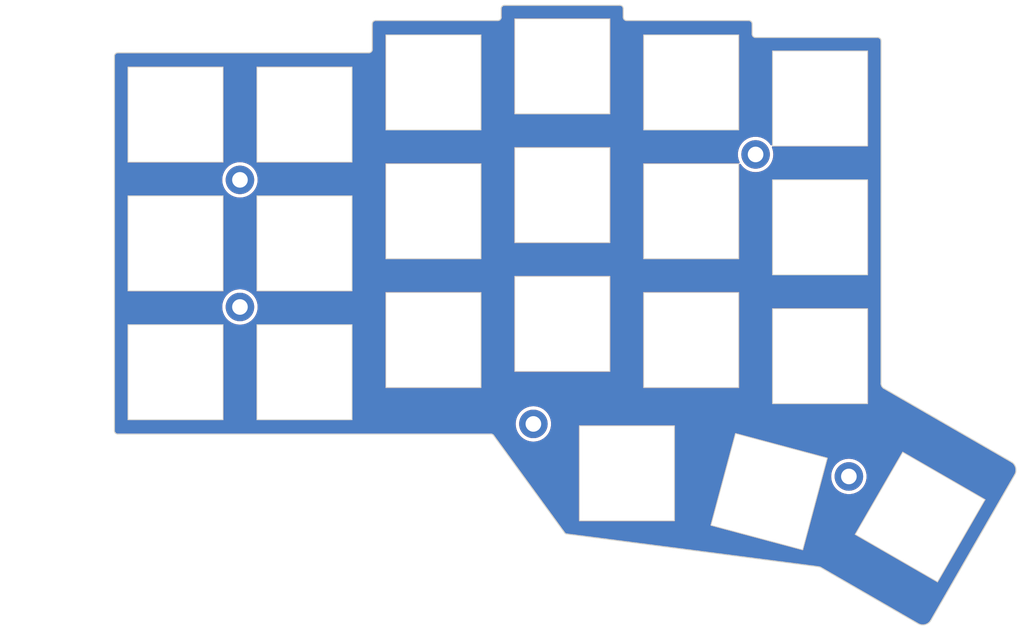
<source format=kicad_pcb>
(kicad_pcb (version 20221018) (generator pcbnew)
  (title_block (title "Corne Top Plate") (date "2018-12-09") (rev "2.1") (company "foostan"))
  (layers (0 "F.Cu" signal) (31 "B.Cu" signal) (34 "B.Paste" user) (35 "F.Paste" user) (36 "B.SilkS" user "B.Silkscreen") (37 "F.SilkS" user "F.Silkscreen") (38 "B.Mask" user) (39 "F.Mask" user) (44 "Edge.Cuts" user))
  (net 0 "")
  (footprint "kbd:M2_Hole_TH" (layer "F.Cu") (at 79.5 86.75)
    (fp_text reference "" (at 0 -3.2) (layer "F.SilkS"))
    (fp_text value "")
    (pad "" thru_hole circle (at 0 0) (size 4.2 4.2) (drill 2.3) (layers "*.Cu" "*.Mask"))
  )
  (footprint "kbd:M2_Hole_TH" (layer "F.Cu") (at 79.5 105.5)
    (fp_text reference "" (at 0 -3.2) (layer "F.SilkS"))
    (fp_text value "")
    (pad "" thru_hole circle (at 0 0) (size 4.2 4.2) (drill 2.3) (layers "*.Cu" "*.Mask"))
  )
  (footprint "kbd:M2_Hole_TH" (layer "F.Cu") (at 155.5 83)
    (fp_text reference "" (at 0 -3.2) (layer "F.SilkS"))
    (fp_text value "")
    (pad "" thru_hole circle (at 0 0) (size 4.2 4.2) (drill 2.3) (layers "*.Cu" "*.Mask"))
  )
  (footprint "kbd:M2_Hole_TH" (layer "F.Cu") (at 122.75 122.75)
    (fp_text reference "" (at 0 -3.2) (layer "F.SilkS"))
    (fp_text value "")
    (pad "" thru_hole circle (at 0 0) (size 4.2 4.2) (drill 2.3) (layers "*.Cu" "*.Mask"))
  )
  (footprint "kbd:M2_Hole_TH" (layer "F.Cu") (at 169.25 130.5)
    (fp_text reference "" (at 0 -3.2) (layer "F.SilkS"))
    (fp_text value "")
    (pad "" thru_hole circle (at 0 0) (size 4.2 4.2) (drill 2.3) (layers "*.Cu" "*.Mask"))
  )
  (footprint "kbd:SW_Hole" (layer "F.Cu") (at 70.01 77.125)
    (fp_text reference "SW2" hide)
    (fp_text value "KEY_SWITCH" hide)
    (fp_line (start -7 -7) (end -7 7) (stroke (width 0.12)) (layer "Edge.Cuts"))
    (fp_line (start -7 7) (end 7 7) (stroke (width 0.12)) (layer "Edge.Cuts"))
    (fp_line (start 7 -7) (end -7 -7) (stroke (width 0.12)) (layer "Edge.Cuts"))
    (fp_line (start 7 7) (end 7 -7) (stroke (width 0.12)) (layer "Edge.Cuts"))
  )
  (footprint "kbd:SW_Hole" (layer "F.Cu") (at 70.01 96.125)
    (fp_text reference "SW2" hide)
    (fp_text value "KEY_SWITCH" hide)
    (fp_line (start -7 -7) (end -7 7) (stroke (width 0.12)) (layer "Edge.Cuts"))
    (fp_line (start -7 7) (end 7 7) (stroke (width 0.12)) (layer "Edge.Cuts"))
    (fp_line (start 7 -7) (end -7 -7) (stroke (width 0.12)) (layer "Edge.Cuts"))
    (fp_line (start 7 7) (end 7 -7) (stroke (width 0.12)) (layer "Edge.Cuts"))
  )
  (footprint "kbd:SW_Hole" (layer "F.Cu") (at 70.01 115.125)
    (fp_text reference "SW2" hide)
    (fp_text value "KEY_SWITCH" hide)
    (fp_line (start -7 -7) (end -7 7) (stroke (width 0.12)) (layer "Edge.Cuts"))
    (fp_line (start -7 7) (end 7 7) (stroke (width 0.12)) (layer "Edge.Cuts"))
    (fp_line (start 7 -7) (end -7 -7) (stroke (width 0.12)) (layer "Edge.Cuts"))
    (fp_line (start 7 7) (end 7 -7) (stroke (width 0.12)) (layer "Edge.Cuts"))
  )
  (footprint "kbd:SW_Hole" (layer "F.Cu") (at 89.01 77.125)
    (fp_text reference "SW2" hide)
    (fp_text value "KEY_SWITCH" hide)
    (fp_line (start -7 -7) (end -7 7) (stroke (width 0.12)) (layer "Edge.Cuts"))
    (fp_line (start -7 7) (end 7 7) (stroke (width 0.12)) (layer "Edge.Cuts"))
    (fp_line (start 7 -7) (end -7 -7) (stroke (width 0.12)) (layer "Edge.Cuts"))
    (fp_line (start 7 7) (end 7 -7) (stroke (width 0.12)) (layer "Edge.Cuts"))
  )
  (footprint "kbd:SW_Hole" (layer "F.Cu") (at 89.01 115.125)
    (fp_text reference "SW2" hide)
    (fp_text value "KEY_SWITCH" hide)
    (fp_line (start -7 -7) (end -7 7) (stroke (width 0.12)) (layer "Edge.Cuts"))
    (fp_line (start -7 7) (end 7 7) (stroke (width 0.12)) (layer "Edge.Cuts"))
    (fp_line (start 7 -7) (end -7 -7) (stroke (width 0.12)) (layer "Edge.Cuts"))
    (fp_line (start 7 7) (end 7 -7) (stroke (width 0.12)) (layer "Edge.Cuts"))
  )
  (footprint "kbd:SW_Hole" (layer "F.Cu") (at 89.01 96.125)
    (fp_text reference "SW2" hide)
    (fp_text value "KEY_SWITCH" hide)
    (fp_line (start -7 -7) (end -7 7) (stroke (width 0.12)) (layer "Edge.Cuts"))
    (fp_line (start -7 7) (end 7 7) (stroke (width 0.12)) (layer "Edge.Cuts"))
    (fp_line (start 7 -7) (end -7 -7) (stroke (width 0.12)) (layer "Edge.Cuts"))
    (fp_line (start 7 7) (end 7 -7) (stroke (width 0.12)) (layer "Edge.Cuts"))
  )
  (footprint "kbd:SW_Hole" (layer "F.Cu") (at 108.01 72.375)
    (fp_text reference "SW2" hide)
    (fp_text value "KEY_SWITCH" hide)
    (fp_line (start -7 -7) (end -7 7) (stroke (width 0.12)) (layer "Edge.Cuts"))
    (fp_line (start -7 7) (end 7 7) (stroke (width 0.12)) (layer "Edge.Cuts"))
    (fp_line (start 7 -7) (end -7 -7) (stroke (width 0.12)) (layer "Edge.Cuts"))
    (fp_line (start 7 7) (end 7 -7) (stroke (width 0.12)) (layer "Edge.Cuts"))
  )
  (footprint "kbd:SW_Hole" (layer "F.Cu") (at 108.01 110.375)
    (fp_text reference "SW2" hide)
    (fp_text value "KEY_SWITCH" hide)
    (fp_line (start -7 -7) (end -7 7) (stroke (width 0.12)) (layer "Edge.Cuts"))
    (fp_line (start -7 7) (end 7 7) (stroke (width 0.12)) (layer "Edge.Cuts"))
    (fp_line (start 7 -7) (end -7 -7) (stroke (width 0.12)) (layer "Edge.Cuts"))
    (fp_line (start 7 7) (end 7 -7) (stroke (width 0.12)) (layer "Edge.Cuts"))
  )
  (footprint "kbd:SW_Hole" (layer "F.Cu") (at 108.01 91.375)
    (fp_text reference "SW2" hide)
    (fp_text value "KEY_SWITCH" hide)
    (fp_line (start -7 -7) (end -7 7) (stroke (width 0.12)) (layer "Edge.Cuts"))
    (fp_line (start -7 7) (end 7 7) (stroke (width 0.12)) (layer "Edge.Cuts"))
    (fp_line (start 7 -7) (end -7 -7) (stroke (width 0.12)) (layer "Edge.Cuts"))
    (fp_line (start 7 7) (end 7 -7) (stroke (width 0.12)) (layer "Edge.Cuts"))
  )
  (footprint "kbd:SW_Hole" (layer "F.Cu") (at 127.01 70)
    (fp_text reference "SW2" hide)
    (fp_text value "KEY_SWITCH" hide)
    (fp_line (start -7 -7) (end -7 7) (stroke (width 0.12)) (layer "Edge.Cuts"))
    (fp_line (start -7 7) (end 7 7) (stroke (width 0.12)) (layer "Edge.Cuts"))
    (fp_line (start 7 -7) (end -7 -7) (stroke (width 0.12)) (layer "Edge.Cuts"))
    (fp_line (start 7 7) (end 7 -7) (stroke (width 0.12)) (layer "Edge.Cuts"))
  )
  (footprint "kbd:SW_Hole" (layer "F.Cu") (at 127.01 108)
    (fp_text reference "SW2" hide)
    (fp_text value "KEY_SWITCH" hide)
    (fp_line (start -7 -7) (end -7 7) (stroke (width 0.12)) (layer "Edge.Cuts"))
    (fp_line (start -7 7) (end 7 7) (stroke (width 0.12)) (layer "Edge.Cuts"))
    (fp_line (start 7 -7) (end -7 -7) (stroke (width 0.12)) (layer "Edge.Cuts"))
    (fp_line (start 7 7) (end 7 -7) (stroke (width 0.12)) (layer "Edge.Cuts"))
  )
  (footprint "kbd:SW_Hole" (layer "F.Cu") (at 127.01 89)
    (fp_text reference "SW2" hide)
    (fp_text value "KEY_SWITCH" hide)
    (fp_line (start -7 -7) (end -7 7) (stroke (width 0.12)) (layer "Edge.Cuts"))
    (fp_line (start -7 7) (end 7 7) (stroke (width 0.12)) (layer "Edge.Cuts"))
    (fp_line (start 7 -7) (end -7 -7) (stroke (width 0.12)) (layer "Edge.Cuts"))
    (fp_line (start 7 7) (end 7 -7) (stroke (width 0.12)) (layer "Edge.Cuts"))
  )
  (footprint "kbd:SW_Hole" (layer "F.Cu") (at 146.01 110.375)
    (fp_text reference "SW2" hide)
    (fp_text value "KEY_SWITCH" hide)
    (fp_line (start -7 -7) (end -7 7) (stroke (width 0.12)) (layer "Edge.Cuts"))
    (fp_line (start -7 7) (end 7 7) (stroke (width 0.12)) (layer "Edge.Cuts"))
    (fp_line (start 7 -7) (end -7 -7) (stroke (width 0.12)) (layer "Edge.Cuts"))
    (fp_line (start 7 7) (end 7 -7) (stroke (width 0.12)) (layer "Edge.Cuts"))
  )
  (footprint "kbd:SW_Hole" (layer "F.Cu") (at 146.01 72.375)
    (fp_text reference "SW2" hide)
    (fp_text value "KEY_SWITCH" hide)
    (fp_line (start -7 -7) (end -7 7) (stroke (width 0.12)) (layer "Edge.Cuts"))
    (fp_line (start -7 7) (end 7 7) (stroke (width 0.12)) (layer "Edge.Cuts"))
    (fp_line (start 7 -7) (end -7 -7) (stroke (width 0.12)) (layer "Edge.Cuts"))
    (fp_line (start 7 7) (end 7 -7) (stroke (width 0.12)) (layer "Edge.Cuts"))
  )
  (footprint "kbd:SW_Hole" (layer "F.Cu") (at 146.01 91.375)
    (fp_text reference "SW2" hide)
    (fp_text value "KEY_SWITCH" hide)
    (fp_line (start -7 -7) (end -7 7) (stroke (width 0.12)) (layer "Edge.Cuts"))
    (fp_line (start -7 7) (end 7 7) (stroke (width 0.12)) (layer "Edge.Cuts"))
    (fp_line (start 7 -7) (end -7 -7) (stroke (width 0.12)) (layer "Edge.Cuts"))
    (fp_line (start 7 7) (end 7 -7) (stroke (width 0.12)) (layer "Edge.Cuts"))
  )
  (footprint "kbd:SW_Hole" (layer "F.Cu") (at 165.01 93.75)
    (fp_text reference "SW2" hide)
    (fp_text value "KEY_SWITCH" hide)
    (fp_line (start -7 -7) (end -7 7) (stroke (width 0.12)) (layer "Edge.Cuts"))
    (fp_line (start -7 7) (end 7 7) (stroke (width 0.12)) (layer "Edge.Cuts"))
    (fp_line (start 7 -7) (end -7 -7) (stroke (width 0.12)) (layer "Edge.Cuts"))
    (fp_line (start 7 7) (end 7 -7) (stroke (width 0.12)) (layer "Edge.Cuts"))
  )
  (footprint "kbd:SW_Hole" (layer "F.Cu") (at 165.01 74.75)
    (fp_text reference "SW2" hide)
    (fp_text value "KEY_SWITCH" hide)
    (fp_line (start -7 -7) (end -7 7) (stroke (width 0.12)) (layer "Edge.Cuts"))
    (fp_line (start -7 7) (end 7 7) (stroke (width 0.12)) (layer "Edge.Cuts"))
    (fp_line (start 7 -7) (end -7 -7) (stroke (width 0.12)) (layer "Edge.Cuts"))
    (fp_line (start 7 7) (end 7 -7) (stroke (width 0.12)) (layer "Edge.Cuts"))
  )
  (footprint "kbd:SW_Hole" (layer "F.Cu") (at 165.01 112.75)
    (fp_text reference "SW2" hide)
    (fp_text value "KEY_SWITCH" hide)
    (fp_line (start -7 -7) (end -7 7) (stroke (width 0.12)) (layer "Edge.Cuts"))
    (fp_line (start -7 7) (end 7 7) (stroke (width 0.12)) (layer "Edge.Cuts"))
    (fp_line (start 7 -7) (end -7 -7) (stroke (width 0.12)) (layer "Edge.Cuts"))
    (fp_line (start 7 7) (end 7 -7) (stroke (width 0.12)) (layer "Edge.Cuts"))
  )
  (footprint "kbd:SW_Hole" (layer "F.Cu") (at 136.53 130.035)
    (fp_text reference "SW2" hide)
    (fp_text value "KEY_SWITCH" hide)
    (fp_line (start -7 -7) (end -7 7) (stroke (width 0.12)) (layer "Edge.Cuts"))
    (fp_line (start -7 7) (end 7 7) (stroke (width 0.12)) (layer "Edge.Cuts"))
    (fp_line (start 7 -7) (end -7 -7) (stroke (width 0.12)) (layer "Edge.Cuts"))
    (fp_line (start 7 7) (end 7 -7) (stroke (width 0.12)) (layer "Edge.Cuts"))
  )
  (footprint "kbd:SW_Hole" (layer "F.Cu") (at 157.492 132.744 -15)
    (fp_text reference "SW2" hide)
    (fp_text value "KEY_SWITCH" hide)
    (fp_line (start -7 -7) (end -7 7) (stroke (width 0.12)) (layer "Edge.Cuts"))
    (fp_line (start -7 7) (end 7 7) (stroke (width 0.12)) (layer "Edge.Cuts"))
    (fp_line (start 7 -7) (end -7 -7) (stroke (width 0.12)) (layer "Edge.Cuts"))
    (fp_line (start 7 7) (end 7 -7) (stroke (width 0.12)) (layer "Edge.Cuts"))
  )
  (footprint "kbd:SW_Hole" (layer "F.Cu") (at 179.75 136.485 -30)
    (fp_text reference "SW2" hide)
    (fp_text value "KEY_SWITCH" hide)
    (fp_line (start -7 -7) (end -7 7) (stroke (width 0.12)) (layer "Edge.Cuts"))
    (fp_line (start -7 7) (end 7 7) (stroke (width 0.12)) (layer "Edge.Cuts"))
    (fp_line (start 7 -7) (end -7 -7) (stroke (width 0.12)) (layer "Edge.Cuts"))
    (fp_line (start 7 7) (end 7 -7) (stroke (width 0.12)) (layer "Edge.Cuts"))
  )
  (footprint "kbd:corne-logo-horizontal-mask" (layer "F.Cu") (at 108.335 121.925)
    (fp_text reference "G***" hide)
    (fp_text value "LOGO" hide)
  )
  (footprint "kbd:corne-logo-horizontal-mask" (layer "B.Cu") (at 108.085 121.975 180)
    (fp_text reference "G***" hide)
    (fp_text value "LOGO" hide)
  )
  (gr_arc (start 193.270509 128.396988) (mid 193.860661 129.282182) (end 193.65 130.325) (stroke (width 0.15)) (layer "Edge.Cuts"))
  (gr_arc (start 173.5 65.75) (mid 173.853553 65.896447) (end 174 66.25) (stroke (width 0.15)) (layer "Edge.Cuts"))
  (gr_line (start 136 62.75) (end 136 61.5) (stroke (width 0.15)) (layer "Edge.Cuts"))
  (gr_line (start 174 66.25) (end 173.997282 116.810192) (stroke (width 0.15)) (layer "Edge.Cuts"))
  (gr_line (start 193.270509 128.396988) (end 174.35 117.475) (stroke (width 0.15)) (layer "Edge.Cuts"))
  (gr_arc (start 174.35 117.475) (mid 174.096093 117.183739) (end 173.997282 116.810192) (stroke (width 0.15)) (layer "Edge.Cuts"))
  (gr_line (start 154.5 63.25) (end 136.5 63.25) (stroke (width 0.15)) (layer "Edge.Cuts"))
  (gr_arc (start 61.5 124.25) (mid 61.146447 124.103553) (end 61 123.75) (stroke (width 0.15)) (layer "Edge.Cuts"))
  (gr_arc (start 99 63.75) (mid 99.146447 63.396447) (end 99.5 63.25) (stroke (width 0.15)) (layer "Edge.Cuts"))
  (gr_arc (start 61 68.5) (mid 61.146447 68.146447) (end 61.5 68) (stroke (width 0.15)) (layer "Edge.Cuts"))
  (gr_arc (start 118 61.5) (mid 118.146447 61.146447) (end 118.5 61) (stroke (width 0.15)) (layer "Edge.Cuts"))
  (gr_arc (start 155.5 65.75) (mid 155.146447 65.603553) (end 155 65.25) (stroke (width 0.15)) (layer "Edge.Cuts"))
  (gr_arc (start 127.75 139) (mid 127.558658 138.96194) (end 127.396447 138.853553) (stroke (width 0.15)) (layer "Edge.Cuts"))
  (gr_line (start 155 65.25) (end 155 63.75) (stroke (width 0.15)) (layer "Edge.Cuts"))
  (gr_arc (start 136.5 63.25) (mid 136.146447 63.103553) (end 136 62.75) (stroke (width 0.15)) (layer "Edge.Cuts"))
  (gr_line (start 135.5 61) (end 118.5 61) (stroke (width 0.15)) (layer "Edge.Cuts"))
  (gr_arc (start 154.5 63.25) (mid 154.853553 63.396447) (end 155 63.75) (stroke (width 0.15)) (layer "Edge.Cuts"))
  (gr_arc (start 181.297263 151.781465) (mid 180.412069 152.371617) (end 179.369251 152.160956) (stroke (width 0.15)) (layer "Edge.Cuts"))
  (gr_arc (start 116.5 124.25) (mid 116.691342 124.28806) (end 116.853553 124.396447) (stroke (width 0.15)) (layer "Edge.Cuts"))
  (gr_line (start 116.5 124.25) (end 61.5 124.25) (stroke (width 0.15)) (layer "Edge.Cuts"))
  (gr_line (start 117.5 63.25) (end 99.5 63.25) (stroke (width 0.15)) (layer "Edge.Cuts"))
  (gr_arc (start 118 62.75) (mid 117.853553 63.103553) (end 117.5 63.25) (stroke (width 0.15)) (layer "Edge.Cuts"))
  (gr_line (start 118 61.5) (end 118 62.75) (stroke (width 0.15)) (layer "Edge.Cuts"))
  (gr_line (start 116.853553 124.396447) (end 127.396447 138.853553) (stroke (width 0.15)) (layer "Edge.Cuts"))
  (gr_line (start 181.297263 151.781465) (end 193.65 130.325) (stroke (width 0.15)) (layer "Edge.Cuts"))
  (gr_line (start 98.5 68) (end 61.5 68) (stroke (width 0.15)) (layer "Edge.Cuts"))
  (gr_arc (start 99 67.5) (mid 98.853553 67.853553) (end 98.5 68) (stroke (width 0.15)) (layer "Edge.Cuts"))
  (gr_line (start 99 63.75) (end 99 67.5) (stroke (width 0.15)) (layer "Edge.Cuts"))
  (gr_arc (start 164.420556 143.770344) (mid 164.750952 143.819149) (end 165.075 143.9) (stroke (width 0.15)) (layer "Edge.Cuts"))
  (gr_line (start 165.075 143.9) (end 179.369251 152.160956) (stroke (width 0.15)) (layer "Edge.Cuts"))
  (gr_line (start 173.5 65.75) (end 155.5 65.75) (stroke (width 0.15)) (layer "Edge.Cuts"))
  (gr_line (start 127.75 139) (end 164.420556 143.770344) (stroke (width 0.15)) (layer "Edge.Cuts"))
  (gr_line (start 61 68.5) (end 61 123.75) (stroke (width 0.15)) (layer "Edge.Cuts"))
  (gr_arc (start 135.5 61) (mid 135.853553 61.146447) (end 136 61.5) (stroke (width 0.15)) (layer "Edge.Cuts"))
  (zone (net 0) (net_name "") (layer "F.Cu") (connect_pads (clearance 0.508)) (min_thickness 0.254) (fill yes (thermal_gap 0.508) (thermal_bridge_width 0.508))
    (polygon (pts (xy 136.535 62.875) (xy 155.56 62.875) (xy 155.56 65.225) (xy 174.535 65.225) (xy 174.535 116.7) (xy 195.085 128.65) (xy 180.71 153.475) (xy 164.86 144.3) (xy 127.31 139.425) (xy 116.635 124.65) (xy 60.485 124.65) (xy 60.485 67.6) (xy 98.485 67.6) (xy 98.485 62.85) (xy 117.485 62.85) (xy 117.485 60.475) (xy 136.535 60.475)))
  )
  (zone (net 0) (net_name "") (layer "B.Cu") (connect_pads (clearance 0.508)) (min_thickness 0.254) (fill yes (thermal_gap 0.508) (thermal_bridge_width 0.508))
    (polygon (pts (xy 136.535 62.85) (xy 155.56 62.85) (xy 155.56 65.225) (xy 174.535 65.225) (xy 174.535 116.7) (xy 195.035 128.625) (xy 180.71 153.45) (xy 164.91 144.325) (xy 127.31 139.425) (xy 116.635 124.65) (xy 60.485 124.65) (xy 60.485 67.6) (xy 98.485 67.6) (xy 98.485 62.85) (xy 117.485 62.875) (xy 117.485 60.475) (xy 136.535 60.475)))
  )
)
</source>
